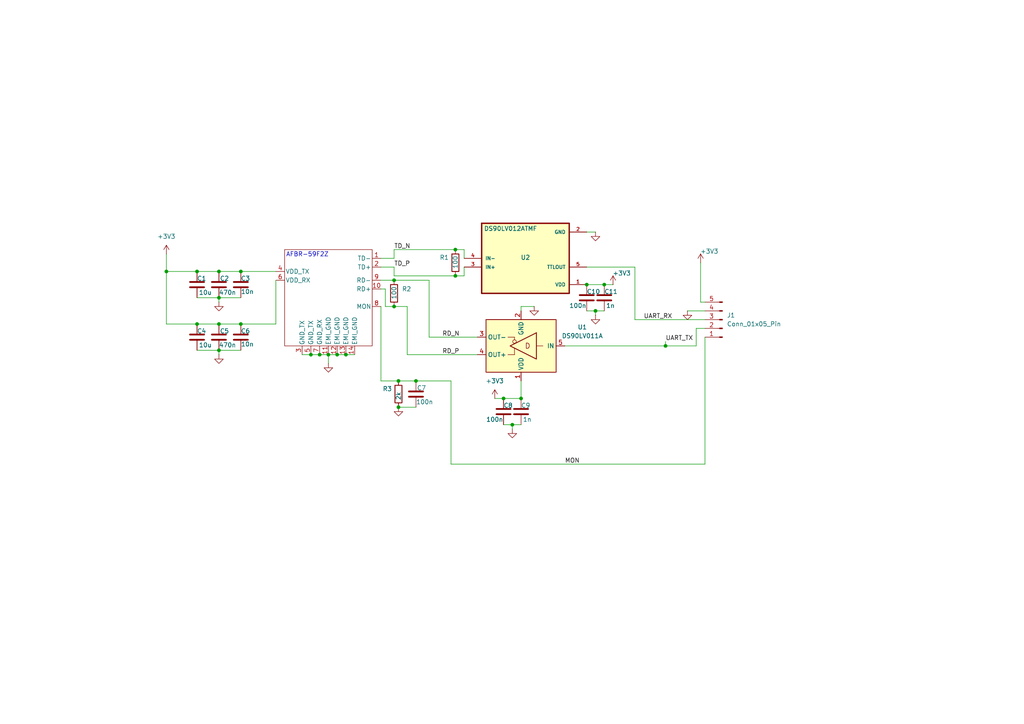
<source format=kicad_sch>
(kicad_sch (version 20250114) (generator "eeschema") (generator_version "9.0")
  (paper "A4")
  (title_block (title "Optical Transceiver") (date "2025-09-19") (rev "0"))
  (lib_symbols
    (symbol "0_lib:AFBR-59F2Z" (pin_names (offset 0.254))
      (symbol "AFBR-59F2Z_1_1"
        (rectangle (start -12.7 8.89) (end 12.7 -19.05))
        (pin input line (at -15.24 2.54 0) (length 2.54) (name "VDD_TX") (number "4"))
        (pin input line (at -15.24 0 0) (length 2.54) (name "VDD_RX") (number "6"))
        (pin input line (at -7.62 -21.59 90) (length 2.54) (name "GND_TX") (number "3"))
        (pin input line (at -5.08 -21.59 90) (length 2.54) (name "GND_TX") (number "5"))
        (pin input line (at -2.54 -21.59 90) (length 2.54) (name "GND_RX") (number "7"))
        (pin input line (at 0 -21.59 90) (length 2.54) (name "EMI_GND") (number "11"))
        (pin input line (at 2.54 -21.59 90) (length 2.54) (name "EMI_GND") (number "12"))
        (pin input line (at 5.08 -21.59 90) (length 2.54) (name "EMI_GND") (number "13"))
        (pin input line (at 7.62 -21.59 90) (length 2.54) (name "EMI_GND") (number "14"))
        (pin input line (at 15.24 6.35 180) (length 2.54) (name "TD-") (number "1"))
        (pin input line (at 15.24 3.81 180) (length 2.54) (name "TD+") (number "2"))
        (pin input line (at 15.24 0 180) (length 2.54) (name "RD-") (number "9"))
        (pin input line (at 15.24 -2.54 180) (length 2.54) (name "RD+") (number "10"))
        (pin input line (at 15.24 -7.62 180) (length 2.54) (name "MON") (number "8"))
      )
    )
    (symbol "0_lib:DS90LV012ATMF" (pin_names (offset 1.016))
      (property "Reference" "U" (at -12.7 11.16 0))
      (property "Value" "DS90LV012ATMF" (at -12.7 -14.16 0))
      (symbol "DS90LV012ATMF_0_0"
        (rectangle (start -12.7 -10.16) (end 12.7 10.16) (stroke (width 0.41)) (fill (type background)))
        (pin input line (at -17.78 2.54 0) (length 5.08) (name "IN+") (number "3"))
        (pin input line (at -17.78 0 0) (length 5.08) (name "IN-") (number "4"))
        (pin power_in line (at 17.78 7.62 180) (length 5.08) (name "VDD") (number "1"))
        (pin output line (at 17.78 2.54 180) (length 5.08) (name "TTLOUT") (number "5"))
        (pin power_in line (at 17.78 -7.62 180) (length 5.08) (name "GND") (number "2"))
      )
    )
    (symbol "Connector:Conn_01x05_Pin" (pin_names (offset 1.016) (hide yes))
      (property "Reference" "J" (at 0 7.62 0))
      (property "Value" "Conn_01x05_Pin" (at 0 -7.62 0))
      (symbol "Conn_01x05_Pin_1_1"
        (rectangle (start 0.8636 5.207) (end 0 4.953) (stroke (width 0.1524)) (fill (type outline)))
        (rectangle (start 0.8636 2.667) (end 0 2.413) (stroke (width 0.1524)) (fill (type outline)))
        (rectangle (start 0.8636 0.127) (end 0 -0.127) (stroke (width 0.1524)) (fill (type outline)))
        (rectangle (start 0.8636 -2.413) (end 0 -2.667) (stroke (width 0.1524)) (fill (type outline)))
        (rectangle (start 0.8636 -4.953) (end 0 -5.207) (stroke (width 0.1524)) (fill (type outline)))
        (polyline (pts (xy 1.27 5.08) (xy 0.8636 5.08)) (stroke (width 0.1524)))
        (polyline (pts (xy 1.27 2.54) (xy 0.8636 2.54)) (stroke (width 0.1524)))
        (polyline (pts (xy 1.27 0) (xy 0.8636 0)) (stroke (width 0.1524)))
        (polyline (pts (xy 1.27 -2.54) (xy 0.8636 -2.54)) (stroke (width 0.1524)))
        (polyline (pts (xy 1.27 -5.08) (xy 0.8636 -5.08)) (stroke (width 0.1524)))
        (pin passive line (at 5.08 5.08 180) (length 3.81) (name "Pin_1") (number "1"))
        (pin passive line (at 5.08 2.54 180) (length 3.81) (name "Pin_2") (number "2"))
        (pin passive line (at 5.08 0 180) (length 3.81) (name "Pin_3") (number "3"))
        (pin passive line (at 5.08 -2.54 180) (length 3.81) (name "Pin_4") (number "4"))
        (pin passive line (at 5.08 -5.08 180) (length 3.81) (name "Pin_5") (number "5"))
      )
    )
    (symbol "Device:C" (pin_numbers (hide yes)) (pin_names (offset 0.254))
      (property "Reference" "C" (at 0.635 2.54 0))
      (property "Value" "C" (at 0.635 -2.54 0))
      (symbol "C_0_1"
        (polyline (pts (xy -2.032 0.762) (xy 2.032 0.762)) (stroke (width 0.508)))
        (polyline (pts (xy -2.032 -0.762) (xy 2.032 -0.762)) (stroke (width 0.508)))
      )
      (symbol "C_1_1"
        (pin passive line (at 0 3.81 270) (length 2.794) (name "~") (number "1"))
        (pin passive line (at 0 -3.81 90) (length 2.794) (name "~") (number "2"))
      )
    )
    (symbol "Device:R" (pin_numbers (hide yes)) (pin_names (offset 0))
      (property "Reference" "R" (at 2.032 0 90))
      (property "Value" "R" (at 0 0 90))
      (symbol "R_0_1"
        (rectangle (start -1.016 -2.54) (end 1.016 2.54) (stroke (width 0.254)))
      )
      (symbol "R_1_1"
        (pin passive line (at 0 3.81 270) (length 1.27) (name "~") (number "1"))
        (pin passive line (at 0 -3.81 90) (length 1.27) (name "~") (number "2"))
      )
    )
    (symbol "Interface:DS90LV011A"
      (property "Reference" "U" (at -8.89 8.89 0))
      (property "Value" "DS90LV011A" (at 1.27 8.89 0))
      (symbol "DS90LV011A_1_0"
        (rectangle (start -10.16 7.62) (end 10.16 -7.62) (stroke (width 0.254)) (fill (type background)))
        (polyline (pts (xy 1.905 0.635) (xy 1.905 2.54)))
        (circle (center 1.905 -1.27) (radius 0.508))
        (polyline (pts (xy 1.905 -1.778) (xy 1.905 -2.54)))
        (text "D" (at -1.905 0 0) (effects (font (size 1.524 1.524))))
      )
      (symbol "DS90LV011A_1_1"
        (polyline (pts (xy -6.35 0) (xy -4.445 0)))
        (polyline (pts (xy -4.445 -3.81) (xy -4.445 3.81) (xy 3.175 0) (xy -4.445 -3.81)) (stroke (width 0.254)))
        (polyline (pts (xy 1.905 -2.54) (xy 3.81 -2.54)))
        (polyline (pts (xy 3.81 2.54) (xy 1.905 2.54)))
        (pin input line (at -12.7 0 0) (length 2.54) (name "IN") (number "5"))
        (pin power_in line (at 0 10.16 270) (length 2.54) (name "VDD") (number "1"))
        (pin power_in line (at 0 -10.16 90) (length 2.54) (name "GND") (number "2"))
        (pin output line (at 12.7 2.54 180) (length 2.54) (name "OUT+") (number "4"))
        (pin output line (at 12.7 -2.54 180) (length 2.54) (name "OUT-") (number "3"))
      )
    )
    (symbol "power:+3V3" (power) (pin_numbers (hide yes)) (pin_names (offset 0) (hide yes))
      (property "Value" "+3V3" (at 0 3.556 0))
      (symbol "+3V3_0_1"
        (polyline (pts (xy -0.762 1.27) (xy 0 2.54)))
        (polyline (pts (xy 0 2.54) (xy 0.762 1.27)))
        (polyline (pts (xy 0 0) (xy 0 2.54)))
      )
      (symbol "+3V3_1_1"
        (pin power_in line (at 0 0 90) (length 0) (name "~") (number "1"))
      )
    )
    (symbol "power:GND" (power) (pin_numbers (hide yes)) (pin_names (offset 0) (hide yes))
      (property "Value" "GND" (at 0 -3.81 0))
      (symbol "GND_0_1"
        (polyline (pts (xy 0 0) (xy 0 -1.27) (xy 1.27 -1.27) (xy 0 -2.54) (xy -1.27 -1.27) (xy 0 -1.27)))
      )
      (symbol "GND_1_1"
        (pin power_in line (at 0 0 270) (length 0) (name "~") (number "1"))
      )
    )
  )
  (text "AFBR-59F2Z" (at 89.154 73.914 0) (effects (font (size 1.27 1.27))))
  (junction (at 57.15 93.98))
  (junction (at 69.85 78.74))
  (junction (at 114.3 81.28))
  (junction (at 120.65 110.49))
  (junction (at 115.57 118.11))
  (junction (at 100.33 102.87))
  (junction (at 95.25 102.87))
  (junction (at 146.05 115.57))
  (junction (at 90.17 102.87))
  (junction (at 63.5 101.6))
  (junction (at 148.59 123.19))
  (junction (at 63.5 86.36))
  (junction (at 57.15 78.74))
  (junction (at 175.26 82.55))
  (junction (at 92.71 102.87))
  (junction (at 193.04 100.33))
  (junction (at 48.26 78.74))
  (junction (at 69.85 93.98))
  (junction (at 132.08 80.01))
  (junction (at 63.5 78.74))
  (junction (at 151.13 115.57))
  (junction (at 63.5 93.98))
  (junction (at 115.57 110.49))
  (junction (at 172.72 90.17))
  (junction (at 114.3 88.9))
  (junction (at 132.08 72.39))
  (junction (at 170.18 82.55))
  (junction (at 97.79 102.87))
  (wire (pts (xy 69.85 78.74) (xy 80.01 78.74)))
  (wire (pts (xy 203.2 76.2) (xy 203.2 87.63)))
  (wire (pts (xy 63.5 93.98) (xy 69.85 93.98)))
  (wire (pts (xy 120.65 110.49) (xy 130.81 110.49)))
  (wire (pts (xy 201.93 95.25) (xy 204.47 95.25)))
  (wire (pts (xy 163.83 100.33) (xy 193.04 100.33)))
  (wire (pts (xy 110.49 74.93) (xy 114.3 74.93)))
  (wire (pts (xy 148.59 123.19) (xy 148.59 124.46)))
  (wire (pts (xy 134.62 77.47) (xy 134.62 80.01)))
  (wire (pts (xy 148.59 123.19) (xy 151.13 123.19)))
  (wire (pts (xy 201.93 100.33) (xy 201.93 95.25)))
  (wire (pts (xy 184.15 92.71) (xy 204.47 92.71)))
  (wire (pts (xy 170.18 77.47) (xy 184.15 77.47)))
  (wire (pts (xy 146.05 123.19) (xy 148.59 123.19)))
  (wire (pts (xy 111.76 88.9) (xy 114.3 88.9)))
  (wire (pts (xy 114.3 74.93) (xy 114.3 72.39)))
  (wire (pts (xy 92.71 102.87) (xy 95.25 102.87)))
  (wire (pts (xy 90.17 102.87) (xy 92.71 102.87)))
  (wire (pts (xy 132.08 80.01) (xy 134.62 80.01)))
  (wire (pts (xy 124.46 97.79) (xy 124.46 81.28)))
  (wire (pts (xy 110.49 77.47) (xy 114.3 77.47)))
  (wire (pts (xy 69.85 93.98) (xy 80.01 93.98)))
  (wire (pts (xy 151.13 90.17) (xy 151.13 88.9)))
  (wire (pts (xy 138.43 97.79) (xy 124.46 97.79)))
  (wire (pts (xy 57.15 86.36) (xy 63.5 86.36)))
  (wire (pts (xy 134.62 74.93) (xy 134.62 72.39)))
  (wire (pts (xy 87.63 102.87) (xy 90.17 102.87)))
  (wire (pts (xy 48.26 78.74) (xy 57.15 78.74)))
  (wire (pts (xy 118.11 102.87) (xy 118.11 88.9)))
  (wire (pts (xy 199.39 90.17) (xy 204.47 90.17)))
  (wire (pts (xy 114.3 81.28) (xy 124.46 81.28)))
  (wire (pts (xy 151.13 115.57) (xy 146.05 115.57)))
  (wire (pts (xy 115.57 110.49) (xy 120.65 110.49)))
  (wire (pts (xy 110.49 110.49) (xy 115.57 110.49)))
  (wire (pts (xy 193.04 99.06) (xy 193.04 100.33)))
  (wire (pts (xy 170.18 82.55) (xy 175.26 82.55)))
  (wire (pts (xy 114.3 72.39) (xy 132.08 72.39)))
  (wire (pts (xy 146.05 115.57) (xy 143.51 115.57)))
  (wire (pts (xy 114.3 88.9) (xy 118.11 88.9)))
  (wire (pts (xy 172.72 90.17) (xy 175.26 90.17)))
  (wire (pts (xy 63.5 78.74) (xy 69.85 78.74)))
  (wire (pts (xy 48.26 73.66) (xy 48.26 78.74)))
  (wire (pts (xy 130.81 110.49) (xy 130.81 134.62)))
  (wire (pts (xy 63.5 86.36) (xy 63.5 87.63)))
  (wire (pts (xy 95.25 102.87) (xy 97.79 102.87)))
  (wire (pts (xy 57.15 93.98) (xy 48.26 93.98)))
  (wire (pts (xy 97.79 102.87) (xy 100.33 102.87)))
  (wire (pts (xy 184.15 77.47) (xy 184.15 92.71)))
  (wire (pts (xy 80.01 81.28) (xy 80.01 93.98)))
  (wire (pts (xy 204.47 134.62) (xy 204.47 97.79)))
  (wire (pts (xy 100.33 102.87) (xy 102.87 102.87)))
  (wire (pts (xy 130.81 134.62) (xy 204.47 134.62)))
  (wire (pts (xy 63.5 101.6) (xy 63.5 102.87)))
  (wire (pts (xy 151.13 110.49) (xy 151.13 115.57)))
  (wire (pts (xy 170.18 90.17) (xy 172.72 90.17)))
  (wire (pts (xy 134.62 72.39) (xy 132.08 72.39)))
  (wire (pts (xy 170.18 67.31) (xy 172.72 67.31)))
  (wire (pts (xy 110.49 81.28) (xy 114.3 81.28)))
  (wire (pts (xy 204.47 87.63) (xy 203.2 87.63)))
  (wire (pts (xy 193.04 100.33) (xy 201.93 100.33)))
  (wire (pts (xy 115.57 118.11) (xy 120.65 118.11)))
  (wire (pts (xy 175.26 82.55) (xy 177.8 82.55)))
  (wire (pts (xy 114.3 77.47) (xy 114.3 80.01)))
  (wire (pts (xy 63.5 86.36) (xy 69.85 86.36)))
  (wire (pts (xy 95.25 102.87) (xy 95.25 105.41)))
  (wire (pts (xy 57.15 93.98) (xy 63.5 93.98)))
  (wire (pts (xy 110.49 88.9) (xy 110.49 110.49)))
  (wire (pts (xy 63.5 101.6) (xy 69.85 101.6)))
  (wire (pts (xy 138.43 102.87) (xy 118.11 102.87)))
  (wire (pts (xy 57.15 78.74) (xy 63.5 78.74)))
  (wire (pts (xy 172.72 90.17) (xy 172.72 91.44)))
  (wire (pts (xy 48.26 93.98) (xy 48.26 78.74)))
  (wire (pts (xy 114.3 80.01) (xy 132.08 80.01)))
  (wire (pts (xy 110.49 83.82) (xy 111.76 83.82)))
  (wire (pts (xy 151.13 88.9) (xy 154.94 88.9)))
  (wire (pts (xy 57.15 101.6) (xy 63.5 101.6)))
  (wire (pts (xy 111.76 83.82) (xy 111.76 88.9)))
  (label "MON" (at 163.83 134.62 0))
  (label "TD_N" (at 114.3 72.39 0))
  (label "RD_P" (at 128.27 102.87 0))
  (label "TD_P" (at 114.3 77.47 0))
  (label "UART_RX" (at 186.69 92.71 0))
  (label "UART_TX" (at 193.04 99.06 0))
  (label "RD_N" (at 128.27 97.79 0))
  (symbol (lib_id "Device:R") (at 114.3 85.09 0) (unit 1)
    (property "Reference" "R2" (at 116.586 83.82 0) (effects (justify left)))
    (property "Value" "100" (at 114.3 86.868 90) (effects (justify left)))
    (property "Footprint" "Resistor_SMD:R_0603_1608Metric" (effects (hide yes)))
    (property "Description" "Resistor" (effects (hide yes)))
  )
  (symbol (lib_id "power:GND") (at 95.25 105.41 0) (unit 1)
    (property "Reference" "#PWR01" (effects (hide yes)))
    (property "Value" "GND" (effects (hide yes)))
    (property "Description" "Power symbol creates a global label with name \"GND\" , ground" (effects (hide yes)))
  )
  (symbol (lib_id "Device:C") (at 175.26 86.36 0) (unit 1)
    (property "Reference" "C11" (at 175.26 84.582 0) (effects (justify left)))
    (property "Value" "1n" (at 175.768 88.646 0) (effects (justify left)))
    (property "Footprint" "Capacitor_SMD:C_0603_1608Metric" (effects (hide yes)))
    (property "Description" "Unpolarized capacitor" (effects (hide yes)))
  )
  (symbol (lib_id "Device:C") (at 57.15 97.79 0) (unit 1)
    (property "Reference" "C4" (at 57.15 96.012 0) (effects (justify left)))
    (property "Value" "10u" (at 57.658 100.076 0) (effects (justify left)))
    (property "Footprint" "Capacitor_SMD:C_0603_1608Metric" (effects (hide yes)))
    (property "Description" "Unpolarized capacitor" (effects (hide yes)))
  )
  (symbol (lib_id "Device:C") (at 151.13 119.38 0) (unit 1)
    (property "Reference" "C9" (at 151.13 117.602 0) (effects (justify left)))
    (property "Value" "1n" (at 151.638 121.666 0) (effects (justify left)))
    (property "Footprint" "Capacitor_SMD:C_0603_1608Metric" (effects (hide yes)))
    (property "Description" "Unpolarized capacitor" (effects (hide yes)))
  )
  (symbol (lib_id "power:GND") (at 115.57 118.11 0) (unit 1)
    (property "Reference" "#PWR09" (effects (hide yes)))
    (property "Value" "GND" (effects (hide yes)))
    (property "Description" "Power symbol creates a global label with name \"GND\" , ground" (effects (hide yes)))
  )
  (symbol (lib_id "Interface:DS90LV011A") (at 151.13 100.33 180) (unit 1)
    (property "Reference" "U1" (at 168.91 94.8846 0))
    (property "Value" "DS90LV011A" (at 168.91 97.4246 0))
    (property "Footprint" "Package_TO_SOT_SMD:SOT-23-5" (effects (hide yes)))
    (property "Datasheet" "http://www.ti.com/lit/ds/symlink/ds90lv011a.pdf" (effects (hide yes)))
    (property "Description" "LVDS Single High Speed Differential Driver, 400Mbps, SOT-23-5" (effects (hide yes)))
  )
  (symbol (lib_id "Device:C") (at 69.85 97.79 0) (unit 1)
    (property "Reference" "C6" (at 69.85 96.012 0) (effects (justify left)))
    (property "Value" "10n" (at 69.85 99.822 0) (effects (justify left)))
    (property "Footprint" "Capacitor_SMD:C_0603_1608Metric" (effects (hide yes)))
    (property "Description" "Unpolarized capacitor" (effects (hide yes)))
  )
  (symbol (lib_id "power:+3V3") (at 48.26 73.66 0) (unit 1)
    (property "Reference" "#PWR02" (effects (hide yes)))
    (property "Value" "+3V3" (at 48.26 68.58 0))
    (property "Description" "Power symbol creates a global label with name \"+3V3\"" (effects (hide yes)))
  )
  (symbol (lib_id "power:GND") (at 172.72 67.31 0) (unit 1)
    (property "Reference" "#PWR06" (effects (hide yes)))
    (property "Value" "GND" (effects (hide yes)))
    (property "Description" "Power symbol creates a global label with name \"GND\" , ground" (effects (hide yes)))
  )
  (symbol (lib_id "Connector:Conn_01x05_Pin") (at 209.55 92.71 180) (unit 1)
    (property "Reference" "J1" (at 210.82 91.4399 0) (effects (justify right)))
    (property "Value" "Conn_01x05_Pin" (at 210.82 93.9799 0) (effects (justify right)))
    (property "Footprint" "Connector_PinHeader_2.54mm:PinHeader_1x05_P2.54mm_Vertical" (effects (hide yes)))
    (property "Description" "Generic connector, single row, 01x05, script generated" (effects (hide yes)))
  )
  (symbol (lib_id "Device:C") (at 120.65 114.3 0) (unit 1)
    (property "Reference" "C7" (at 120.904 112.522 0) (effects (justify left)))
    (property "Value" "100n" (at 120.65 116.586 0) (effects (justify left)))
    (property "Footprint" "Capacitor_SMD:C_0603_1608Metric" (effects (hide yes)))
    (property "Description" "Unpolarized capacitor" (effects (hide yes)))
  )
  (symbol (lib_id "power:GND") (at 63.5 87.63 0) (unit 1)
    (property "Reference" "#PWR07" (effects (hide yes)))
    (property "Value" "GND" (effects (hide yes)))
    (property "Description" "Power symbol creates a global label with name \"GND\" , ground" (effects (hide yes)))
  )
  (symbol (lib_id "power:GND") (at 63.5 102.87 0) (unit 1)
    (property "Reference" "#PWR08" (effects (hide yes)))
    (property "Value" "GND" (effects (hide yes)))
    (property "Description" "Power symbol creates a global label with name \"GND\" , ground" (effects (hide yes)))
  )
  (symbol (lib_id "Device:C") (at 146.05 119.38 0) (unit 1)
    (property "Reference" "C8" (at 146.05 117.602 0) (effects (justify left)))
    (property "Value" "100n" (at 140.97 121.666 0) (effects (justify left)))
    (property "Footprint" "Capacitor_SMD:C_0603_1608Metric" (effects (hide yes)))
    (property "Description" "Unpolarized capacitor" (effects (hide yes)))
  )
  (symbol (lib_id "power:GND") (at 172.72 91.44 0) (unit 1)
    (property "Reference" "#PWR013" (effects (hide yes)))
    (property "Value" "GND" (effects (hide yes)))
    (property "Description" "Power symbol creates a global label with name \"GND\" , ground" (effects (hide yes)))
  )
  (symbol (lib_id "Device:C") (at 63.5 97.79 0) (unit 1)
    (property "Reference" "C5" (at 63.754 96.012 0) (effects (justify left)))
    (property "Value" "470n" (at 63.5 100.076 0) (effects (justify left)))
    (property "Footprint" "Capacitor_SMD:C_0603_1608Metric" (effects (hide yes)))
    (property "Description" "Unpolarized capacitor" (effects (hide yes)))
  )
  (symbol (lib_id "Device:C") (at 170.18 86.36 0) (unit 1)
    (property "Reference" "C10" (at 170.18 84.582 0) (effects (justify left)))
    (property "Value" "100n" (at 165.1 88.646 0) (effects (justify left)))
    (property "Footprint" "Capacitor_SMD:C_0603_1608Metric" (effects (hide yes)))
    (property "Description" "Unpolarized capacitor" (effects (hide yes)))
  )
  (symbol (lib_id "Device:R") (at 115.57 114.3 0) (unit 1)
    (property "Reference" "R3" (at 110.998 112.776 0) (effects (justify left)))
    (property "Value" "2k" (at 115.57 116.078 90) (effects (justify left)))
    (property "Footprint" "Resistor_SMD:R_0603_1608Metric" (effects (hide yes)))
    (property "Description" "Resistor" (effects (hide yes)))
  )
  (symbol (lib_id "power:GND") (at 154.94 88.9 0) (unit 1)
    (property "Reference" "#PWR05" (effects (hide yes)))
    (property "Value" "GND" (effects (hide yes)))
    (property "Description" "Power symbol creates a global label with name \"GND\" , ground" (effects (hide yes)))
  )
  (symbol (lib_id "Device:C") (at 69.85 82.55 0) (unit 1)
    (property "Reference" "C3" (at 69.85 80.772 0) (effects (justify left)))
    (property "Value" "10n" (at 69.85 84.582 0) (effects (justify left)))
    (property "Footprint" "Capacitor_SMD:C_0603_1608Metric" (effects (hide yes)))
    (property "Description" "Unpolarized capacitor" (effects (hide yes)))
  )
  (symbol (lib_id "Device:C") (at 63.5 82.55 0) (unit 1)
    (property "Reference" "C2" (at 63.754 80.772 0) (effects (justify left)))
    (property "Value" "470n" (at 63.5 84.836 0) (effects (justify left)))
    (property "Footprint" "Capacitor_SMD:C_0603_1608Metric" (effects (hide yes)))
    (property "Description" "Unpolarized capacitor" (effects (hide yes)))
  )
  (symbol (lib_id "power:GND") (at 148.59 124.46 0) (unit 1)
    (property "Reference" "#PWR012" (effects (hide yes)))
    (property "Value" "GND" (effects (hide yes)))
    (property "Description" "Power symbol creates a global label with name \"GND\" , ground" (effects (hide yes)))
  )
  (symbol (lib_id "Device:C") (at 57.15 82.55 0) (unit 1)
    (property "Reference" "C1" (at 57.15 80.772 0) (effects (justify left)))
    (property "Value" "10u" (at 57.658 84.836 0) (effects (justify left)))
    (property "Footprint" "Capacitor_SMD:C_0603_1608Metric" (effects (hide yes)))
    (property "Description" "Unpolarized capacitor" (effects (hide yes)))
  )
  (symbol (lib_id "power:+3V3") (at 177.8 82.55 0) (unit 1)
    (property "Reference" "#PWR03" (effects (hide yes)))
    (property "Value" "+3V3" (at 180.34 79.248 0))
    (property "Description" "Power symbol creates a global label with name \"+3V3\"" (effects (hide yes)))
  )
  (symbol (lib_id "0_lib:DS90LV012ATMF") (at 152.4 74.93 0) (mirror x) (unit 1)
    (property "Reference" "U2" (at 152.4 74.676 0))
    (property "Value" "DS90LV012ATMF" (at 148.082 66.294 0))
    (property "Footprint" "Package_TO_SOT_SMD:SOT-23-5" (effects (hide yes)))
    (property "MF" "Texas Instruments" (effects (hide yes)))
    (property "Description_1" "400-Mbps LVDS single high-speed differential receiver 5-SOT-23 -40 to 85" (effects (hide yes)))
    (property "Package" "SOT-23-5 Texas Instruments" (effects (hide yes)))
    (property "Price" "None" (effects (hide yes)))
    (property "SnapEDA_Link" "https://www.snapeda.com/parts/DS90LV012ATMF/Texas+Instruments/view-part/?ref=snap" (effects (hide yes)))
    (property "MP" "DS90LV012ATMF" (effects (hide yes)))
    (property "Availability" "In Stock" (effects (hide yes)))
    (property "Check_prices" "https://www.snapeda.com/parts/DS90LV012ATMF/Texas+Instruments/view-part/?ref=eda" (effects (hide yes)))
  )
  (symbol (lib_id "power:GND") (at 199.39 90.17 0) (unit 1)
    (property "Reference" "#PWR011" (effects (hide yes)))
    (property "Value" "GND" (effects (hide yes)))
    (property "Description" "Power symbol creates a global label with name \"GND\" , ground" (effects (hide yes)))
  )
  (symbol (lib_id "Device:R") (at 132.08 76.2 0) (unit 1)
    (property "Reference" "R1" (at 127.508 74.676 0) (effects (justify left)))
    (property "Value" "100" (at 132.08 77.978 90) (effects (justify left)))
    (property "Footprint" "Resistor_SMD:R_0603_1608Metric" (effects (hide yes)))
    (property "Description" "Resistor" (effects (hide yes)))
  )
  (symbol (lib_id "0_lib:AFBR-59F2Z") (at 95.25 81.28 0) (unit 1)
    (property "Reference" "Conn1" (effects (hide yes)))
    (property "Value" "AFBR-59F2Z" (effects (hide yes)))
    (property "Footprint" "0_lib:AFBR-5803ZTZ_AVA" (effects (hide yes)))
    (property "Datasheet" "AFBR-59F2Z" (effects (hide yes)))
  )
  (symbol (lib_id "power:+3V3") (at 143.51 115.57 0) (unit 1)
    (property "Reference" "#PWR04" (effects (hide yes)))
    (property "Value" "+3V3" (at 143.51 110.49 0))
    (property "Description" "Power symbol creates a global label with name \"+3V3\"" (effects (hide yes)))
  )
  (symbol (lib_id "power:+3V3") (at 203.2 76.2 0) (unit 1)
    (property "Reference" "#PWR010" (effects (hide yes)))
    (property "Value" "+3V3" (at 205.74 72.898 0))
    (property "Description" "Power symbol creates a global label with name \"+3V3\"" (effects (hide yes)))
  )
)
</source>
